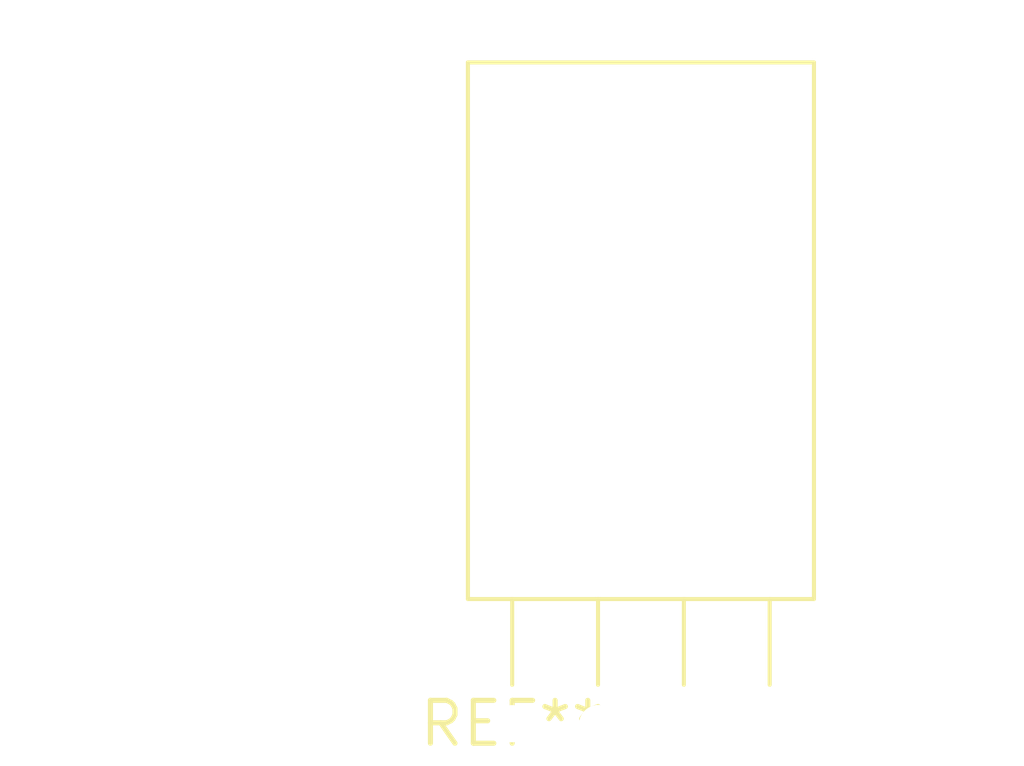
<source format=kicad_pcb>
(kicad_pcb (version 20240108) (generator pcbnew)
  (layers (0 "F.Cu" signal) (31 "B.Cu" signal) (34 "B.Paste" user) (35 "F.Paste" user) (36 "B.SilkS" user "B.Silkscreen") (37 "F.SilkS" user "F.Silkscreen") (38 "B.Mask" user) (39 "F.Mask" user) (44 "Edge.Cuts" user))
  (net 0 "")
  (footprint "TO-220-4_Horizontal_TabDown" (layer "F.Cu") (at 0 0)
    (property "Reference" "REF**")
    (property "Value" "TO-220-4_Horizontal_TabDown")
    (fp_line (start -1.31 -19.58) (end -1.31 -3.69) (layer "F.SilkS") (stroke (width 0.12)))
    (fp_line (start -1.31 -19.58) (end 8.93 -19.58) (layer "F.SilkS") (stroke (width 0.12)))
    (fp_line (start -1.31 -3.69) (end 8.93 -3.69) (layer "F.SilkS") (stroke (width 0.12)))
    (fp_line (start 0 -3.69) (end 0 -1.15) (layer "F.SilkS") (stroke (width 0.12)))
    (fp_line (start 2.54 -3.69) (end 2.54 -1.15) (layer "F.SilkS") (stroke (width 0.12)))
    (fp_line (start 5.08 -3.69) (end 5.08 -1.15) (layer "F.SilkS") (stroke (width 0.12)))
    (fp_line (start 7.62 -3.69) (end 7.62 -1.15) (layer "F.SilkS") (stroke (width 0.12)))
    (fp_line (start 8.93 -19.58) (end 8.93 -3.69) (layer "F.SilkS") (stroke (width 0.12)))
    (pad "" np_thru_hole oval (at 3.81 -16.66) (size 3.5 3.5) (drill 3.5) (layers *.Cu *.Mask))
    (pad "1" thru_hole rect (at 0 0) (size 1.905 2) (drill 1.1) (layers *.Cu *.Mask) (remove_unused_layers))
    (pad "2" thru_hole oval (at 2.54 0) (size 1.905 2) (drill 1.1) (layers *.Cu *.Mask) (remove_unused_layers))
    (pad "3" thru_hole oval (at 5.08 0) (size 1.905 2) (drill 1.1) (layers *.Cu *.Mask) (remove_unused_layers))
    (pad "4" thru_hole oval (at 7.62 0) (size 1.905 2) (drill 1.1) (layers *.Cu *.Mask) (remove_unused_layers))
  )
)
</source>
